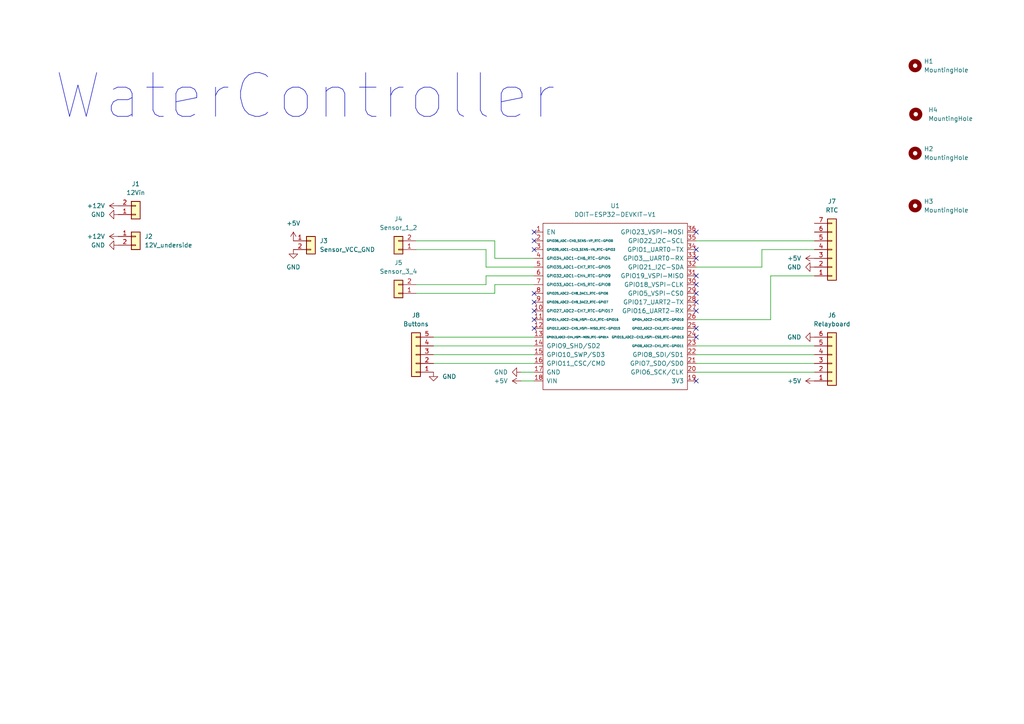
<source format=kicad_sch>
(kicad_sch (version 20211123) (generator eeschema)
  (paper "A4")
  (title_block (title "WaterController") (date "2022-04-10") (rev "v1.0.0") (company "Exellent1988"))
  (lib_symbols
    (symbol "Connector_Generic:Conn_01x02" (pin_names (offset 1.016) hide)
      (property "Reference" "J" (at 0 2.54 0))
      (property "Value" "Conn_01x02" (at 0 -5.08 0))
      (symbol "Conn_01x02_1_1"
        (rectangle (start -1.27 -2.413) (end 0 -2.667) (stroke (width 0.1524)))
        (rectangle (start -1.27 0.127) (end 0 -0.127) (stroke (width 0.1524)))
        (rectangle (start -1.27 1.27) (end 1.27 -3.81) (stroke (width 0.254)) (fill (type background)))
        (pin passive line (at -5.08 0 0) (length 3.81) (name "Pin_1") (number "1"))
        (pin passive line (at -5.08 -2.54 0) (length 3.81) (name "Pin_2") (number "2"))
      )
    )
    (symbol "Connector_Generic:Conn_01x05" (pin_names (offset 1.016) hide)
      (property "Reference" "J" (at 0 7.62 0))
      (property "Value" "Conn_01x05" (at 0 -7.62 0))
      (symbol "Conn_01x05_1_1"
        (rectangle (start -1.27 -4.953) (end 0 -5.207) (stroke (width 0.1524)))
        (rectangle (start -1.27 -2.413) (end 0 -2.667) (stroke (width 0.1524)))
        (rectangle (start -1.27 0.127) (end 0 -0.127) (stroke (width 0.1524)))
        (rectangle (start -1.27 2.667) (end 0 2.413) (stroke (width 0.1524)))
        (rectangle (start -1.27 5.207) (end 0 4.953) (stroke (width 0.1524)))
        (rectangle (start -1.27 6.35) (end 1.27 -6.35) (stroke (width 0.254)) (fill (type background)))
        (pin passive line (at -5.08 5.08 0) (length 3.81) (name "Pin_1") (number "1"))
        (pin passive line (at -5.08 2.54 0) (length 3.81) (name "Pin_2") (number "2"))
        (pin passive line (at -5.08 0 0) (length 3.81) (name "Pin_3") (number "3"))
        (pin passive line (at -5.08 -2.54 0) (length 3.81) (name "Pin_4") (number "4"))
        (pin passive line (at -5.08 -5.08 0) (length 3.81) (name "Pin_5") (number "5"))
      )
    )
    (symbol "Connector_Generic:Conn_01x06" (pin_names (offset 1.016) hide)
      (property "Reference" "J" (at 0 7.62 0))
      (property "Value" "Conn_01x06" (at 0 -10.16 0))
      (symbol "Conn_01x06_1_1"
        (rectangle (start -1.27 -7.493) (end 0 -7.747) (stroke (width 0.1524)))
        (rectangle (start -1.27 -4.953) (end 0 -5.207) (stroke (width 0.1524)))
        (rectangle (start -1.27 -2.413) (end 0 -2.667) (stroke (width 0.1524)))
        (rectangle (start -1.27 0.127) (end 0 -0.127) (stroke (width 0.1524)))
        (rectangle (start -1.27 2.667) (end 0 2.413) (stroke (width 0.1524)))
        (rectangle (start -1.27 5.207) (end 0 4.953) (stroke (width 0.1524)))
        (rectangle (start -1.27 6.35) (end 1.27 -8.89) (stroke (width 0.254)) (fill (type background)))
        (pin passive line (at -5.08 5.08 0) (length 3.81) (name "Pin_1") (number "1"))
        (pin passive line (at -5.08 2.54 0) (length 3.81) (name "Pin_2") (number "2"))
        (pin passive line (at -5.08 0 0) (length 3.81) (name "Pin_3") (number "3"))
        (pin passive line (at -5.08 -2.54 0) (length 3.81) (name "Pin_4") (number "4"))
        (pin passive line (at -5.08 -5.08 0) (length 3.81) (name "Pin_5") (number "5"))
        (pin passive line (at -5.08 -7.62 0) (length 3.81) (name "Pin_6") (number "6"))
      )
    )
    (symbol "Connector_Generic:Conn_01x07" (pin_names (offset 1.016) hide)
      (property "Reference" "J" (at 0 10.16 0))
      (property "Value" "Conn_01x07" (at 0 -10.16 0))
      (symbol "Conn_01x07_1_1"
        (rectangle (start -1.27 -7.493) (end 0 -7.747) (stroke (width 0.1524)))
        (rectangle (start -1.27 -4.953) (end 0 -5.207) (stroke (width 0.1524)))
        (rectangle (start -1.27 -2.413) (end 0 -2.667) (stroke (width 0.1524)))
        (rectangle (start -1.27 0.127) (end 0 -0.127) (stroke (width 0.1524)))
        (rectangle (start -1.27 2.667) (end 0 2.413) (stroke (width 0.1524)))
        (rectangle (start -1.27 5.207) (end 0 4.953) (stroke (width 0.1524)))
        (rectangle (start -1.27 7.747) (end 0 7.493) (stroke (width 0.1524)))
        (rectangle (start -1.27 8.89) (end 1.27 -8.89) (stroke (width 0.254)) (fill (type background)))
        (pin passive line (at -5.08 7.62 0) (length 3.81) (name "Pin_1") (number "1"))
        (pin passive line (at -5.08 5.08 0) (length 3.81) (name "Pin_2") (number "2"))
        (pin passive line (at -5.08 2.54 0) (length 3.81) (name "Pin_3") (number "3"))
        (pin passive line (at -5.08 0 0) (length 3.81) (name "Pin_4") (number "4"))
        (pin passive line (at -5.08 -2.54 0) (length 3.81) (name "Pin_5") (number "5"))
        (pin passive line (at -5.08 -5.08 0) (length 3.81) (name "Pin_6") (number "6"))
        (pin passive line (at -5.08 -7.62 0) (length 3.81) (name "Pin_7") (number "7"))
      )
    )
    (symbol "Mechanical:MountingHole" (pin_names (offset 1.016))
      (property "Reference" "H" (at 0 5.08 0))
      (property "Value" "MountingHole" (at 0 3.175 0))
      (symbol "MountingHole_0_1"
        (circle (center 0 0) (radius 1.27) (stroke (width 1.27)))
      )
    )
    (symbol "doit-esp32-devkit-v1:DOIT-ESP32-DEVKIT-V1" (pin_names (offset 1.016))
      (property "Reference" "U" (at -1.27 11.43 0))
      (property "Value" "DOIT-ESP32-DEVKIT-V1" (at 0 13.97 0))
      (symbol "DOIT-ESP32-DEVKIT-V1_0_1"
        (rectangle (start 20.32 10.16) (end -21.59 -38.1))
      )
      (symbol "DOIT-ESP32-DEVKIT-V1_1_1"
        (pin output line (at -24.13 7.62 0) (length 2.54) (name "EN") (number "1"))
        (pin bidirectional line (at -24.13 -15.24 0) (length 2.54) (name "GPIO27_ADC2-CH7_RTC-GPIO17") (number "10"))
        (pin bidirectional line (at -24.13 -17.78 0) (length 2.54) (name "GPIO14_ADC2-CH6_HSPI-CLK_RTC-GPIO16") (number "11"))
        (pin bidirectional line (at -24.13 -20.32 0) (length 2.54) (name "GPIO12_ADC2-CH5_HSPI-MISO_RTC-GPIO15") (number "12"))
        (pin bidirectional line (at -24.13 -22.86 0) (length 2.54) (name "GPIO13_ADC2-CH4_HSPI-MOSI_RTC-GPIO14") (number "13"))
        (pin unspecified line (at -24.13 -25.4 0) (length 2.54) (name "GPIO9_SHD/SD2") (number "14"))
        (pin unspecified line (at -24.13 -27.94 0) (length 2.54) (name "GPIO10_SWP/SD3") (number "15"))
        (pin unspecified line (at -24.13 -30.48 0) (length 2.54) (name "GPIO11_CSC/CMD") (number "16"))
        (pin bidirectional line (at -24.13 -33.02 0) (length 2.54) (name "GND") (number "17"))
        (pin bidirectional line (at -24.13 -35.56 0) (length 2.54) (name "VIN") (number "18"))
        (pin output line (at 22.86 -35.56 180) (length 2.54) (name "3V3") (number "19"))
        (pin bidirectional line (at -24.13 5.08 0) (length 2.54) (name "GPIO36_ADC-CH0_SENS-VP_RTC-GPIO0") (number "2"))
        (pin unspecified line (at 22.86 -33.02 180) (length 2.54) (name "GPIO6_SCK/CLK") (number "20"))
        (pin unspecified line (at 22.86 -30.48 180) (length 2.54) (name "GPIO7_SDO/SD0") (number "21"))
        (pin unspecified line (at 22.86 -27.94 180) (length 2.54) (name "GPIO8_SDI/SD1") (number "22"))
        (pin bidirectional line (at 22.86 -25.4 180) (length 2.54) (name "GPIO0_ADC2-CH1_RTC-GPIO11") (number "23"))
        (pin bidirectional line (at 22.86 -22.86 180) (length 2.54) (name "GPIO15_ADC2-CH3_HSPI-CS0_RTC-GPIO13") (number "24"))
        (pin bidirectional line (at 22.86 -20.32 180) (length 2.54) (name "GPIO2_ADC2-CH2_RTC-GPIO12") (number "25"))
        (pin bidirectional line (at 22.86 -17.78 180) (length 2.54) (name "GPIO4_ADC2-CH0_RTC-GPIO10") (number "26"))
        (pin bidirectional line (at 22.86 -15.24 180) (length 2.54) (name "GPIO16_UART2-RX") (number "27"))
        (pin bidirectional line (at 22.86 -12.7 180) (length 2.54) (name "GPIO17_UART2-TX") (number "28"))
        (pin bidirectional line (at 22.86 -10.16 180) (length 2.54) (name "GPIO5_VSPI-CS0") (number "29"))
        (pin bidirectional line (at -24.13 2.54 0) (length 2.54) (name "GPIO39_ADC1-CH3_SENS-VN_RTC-GPIO3") (number "3"))
        (pin bidirectional line (at 22.86 -7.62 180) (length 2.54) (name "GPIO18_VSPI-CLK") (number "30"))
        (pin bidirectional line (at 22.86 -5.08 180) (length 2.54) (name "GPIO19_VSPI-MISO") (number "31"))
        (pin bidirectional line (at 22.86 -2.54 180) (length 2.54) (name "GPIO21_I2C-SDA") (number "32"))
        (pin bidirectional line (at 22.86 0 180) (length 2.54) (name "GPIO3__UART0-RX") (number "33"))
        (pin bidirectional line (at 22.86 2.54 180) (length 2.54) (name "GPIO1_UART0-TX") (number "34"))
        (pin bidirectional line (at 22.86 5.08 180) (length 2.54) (name "GPIO22_I2C-SCL") (number "35"))
        (pin bidirectional line (at 22.86 7.62 180) (length 2.54) (name "GPIO23_VSPI-MOSI") (number "36"))
        (pin bidirectional line (at -24.13 0 0) (length 2.54) (name "GPIO34_ADC1-CH6_RTC-GPIO4") (number "4"))
        (pin bidirectional line (at -24.13 -2.54 0) (length 2.54) (name "GPIO35_ADC1-CH7_RTC-GPIO5") (number "5"))
        (pin bidirectional line (at -24.13 -5.08 0) (length 2.54) (name "GPIO32_ADC1-CH4_RTC-GPIO9") (number "6"))
        (pin bidirectional line (at -24.13 -7.62 0) (length 2.54) (name "GPIO33_ADC1-CH5_RTC-GPIO8") (number "7"))
        (pin bidirectional line (at -24.13 -10.16 0) (length 2.54) (name "GPIO25_ADC2-CH8_DAC1_RTC-GPIO6") (number "8"))
        (pin bidirectional line (at -24.13 -12.7 0) (length 2.54) (name "GPIO26_ADC2-CH9_DAC2_RTC-GPIO7") (number "9"))
      )
    )
    (symbol "power:+12V" (power) (pin_names (offset 0))
      (property "Value" "+12V" (at 0 3.556 0))
      (symbol "+12V_0_1"
        (polyline (pts (xy -0.762 1.27) (xy 0 2.54)))
        (polyline (pts (xy 0 0) (xy 0 2.54)))
        (polyline (pts (xy 0 2.54) (xy 0.762 1.27)))
      )
      (symbol "+12V_1_1"
        (pin power_in line (at 0 0 90) (length 0) hide (name "+12V") (number "1"))
      )
    )
    (symbol "power:+5V" (power) (pin_names (offset 0))
      (property "Value" "+5V" (at 0 3.556 0))
      (symbol "+5V_0_1"
        (polyline (pts (xy -0.762 1.27) (xy 0 2.54)))
        (polyline (pts (xy 0 0) (xy 0 2.54)))
        (polyline (pts (xy 0 2.54) (xy 0.762 1.27)))
      )
      (symbol "+5V_1_1"
        (pin power_in line (at 0 0 90) (length 0) hide (name "+5V") (number "1"))
      )
    )
    (symbol "power:GND" (power) (pin_names (offset 0))
      (property "Value" "GND" (at 0 -3.81 0))
      (symbol "GND_0_1"
        (polyline (pts (xy 0 0) (xy 0 -1.27) (xy 1.27 -1.27) (xy 0 -2.54) (xy -1.27 -1.27) (xy 0 -1.27)))
      )
      (symbol "GND_1_1"
        (pin power_in line (at 0 0 270) (length 0) hide (name "GND") (number "1"))
      )
    )
  )
  (no_connect (at 201.93 67.31))
  (no_connect (at 201.93 97.79))
  (no_connect (at 201.93 95.25))
  (no_connect (at 201.93 90.17))
  (no_connect (at 154.94 67.31))
  (no_connect (at 154.94 85.09))
  (no_connect (at 154.94 87.63))
  (no_connect (at 154.94 90.17))
  (no_connect (at 154.94 92.71))
  (no_connect (at 154.94 95.25))
  (no_connect (at 154.94 69.85))
  (no_connect (at 154.94 72.39))
  (no_connect (at 201.93 74.93))
  (no_connect (at 201.93 72.39))
  (no_connect (at 201.93 110.49))
  (no_connect (at 201.93 87.63))
  (no_connect (at 201.93 85.09))
  (no_connect (at 201.93 82.55))
  (no_connect (at 201.93 80.01))
  (wire (pts (xy 140.97 80.01) (xy 140.97 82.55)))
  (wire (pts (xy 140.97 72.39) (xy 140.97 77.47)))
  (wire (pts (xy 223.52 80.01) (xy 236.22 80.01)))
  (wire (pts (xy 201.93 100.33) (xy 236.22 100.33)))
  (wire (pts (xy 125.73 105.41) (xy 154.94 105.41)))
  (wire (pts (xy 201.93 107.95) (xy 236.22 107.95)))
  (wire (pts (xy 220.98 77.47) (xy 201.93 77.47)))
  (wire (pts (xy 201.93 92.71) (xy 223.52 92.71)))
  (wire (pts (xy 154.94 74.93) (xy 143.51 74.93)))
  (wire (pts (xy 143.51 69.85) (xy 120.65 69.85)))
  (wire (pts (xy 120.65 82.55) (xy 140.97 82.55)))
  (wire (pts (xy 140.97 77.47) (xy 154.94 77.47)))
  (wire (pts (xy 223.52 92.71) (xy 223.52 80.01)))
  (wire (pts (xy 236.22 72.39) (xy 220.98 72.39)))
  (wire (pts (xy 143.51 74.93) (xy 143.51 69.85)))
  (wire (pts (xy 143.51 82.55) (xy 143.51 85.09)))
  (wire (pts (xy 125.73 97.79) (xy 154.94 97.79)))
  (wire (pts (xy 154.94 107.95) (xy 151.13 107.95)))
  (wire (pts (xy 154.94 82.55) (xy 143.51 82.55)))
  (wire (pts (xy 220.98 72.39) (xy 220.98 77.47)))
  (wire (pts (xy 151.13 110.49) (xy 154.94 110.49)))
  (wire (pts (xy 125.73 100.33) (xy 154.94 100.33)))
  (wire (pts (xy 120.65 85.09) (xy 143.51 85.09)))
  (wire (pts (xy 201.93 105.41) (xy 236.22 105.41)))
  (wire (pts (xy 201.93 69.85) (xy 236.22 69.85)))
  (wire (pts (xy 201.93 102.87) (xy 236.22 102.87)))
  (wire (pts (xy 125.73 102.87) (xy 154.94 102.87)))
  (wire (pts (xy 154.94 80.01) (xy 140.97 80.01)))
  (wire (pts (xy 120.65 72.39) (xy 140.97 72.39)))
  (text "WaterController" (at 15.24 35.56 0) (effects (font (size 12.7 12.7)) (justify left bottom)))
  (symbol (lib_id "Connector_Generic:Conn_01x05") (at 120.65 102.87 180) (unit 1)
    (property "Reference" "J8" (at 120.65 91.44 0))
    (property "Value" "Buttons" (at 120.65 93.98 0))
    (property "Footprint" "Connector_PinHeader_2.54mm:PinHeader_1x05_P2.54mm_Vertical" (effects hide))
  )
  (symbol (lib_id "Connector_Generic:Conn_01x02") (at 39.37 68.58 0) (unit 1)
    (property "Reference" "J2" (at 41.91 68.5799 0) (effects (justify left)))
    (property "Value" "12V_underside" (at 41.91 71.1199 0) (effects (justify left)))
    (property "Footprint" "TerminalBlock:TerminalBlock_bornier-2_P5.08mm" (effects hide))
  )
  (symbol (lib_id "Connector_Generic:Conn_01x02") (at 115.57 85.09 180) (unit 1)
    (property "Reference" "J5" (at 115.57 76.2 0))
    (property "Value" "Sensor_3_4" (at 115.57 78.74 0))
    (property "Footprint" "TerminalBlock:TerminalBlock_bornier-2_P5.08mm" (effects hide))
  )
  (symbol (lib_id "power:+5V") (at 85.09 69.85 0) (unit 1)
    (property "Reference" "#PWR05" (effects hide))
    (property "Value" "+5V" (at 85.09 64.77 0))
  )
  (symbol (lib_id "Connector_Generic:Conn_01x07") (at 241.3 72.39 0) (mirror x) (unit 1)
    (property "Reference" "J7" (at 241.3 58.42 0))
    (property "Value" "RTC" (at 241.3 60.96 0))
    (property "Footprint" "Connector_PinSocket_2.54mm:PinSocket_1x07_P2.54mm_Horizontal" (effects hide))
  )
  (symbol (lib_id "power:+5V") (at 151.13 110.49 90) (unit 1)
    (property "Reference" "#PWR08" (effects hide))
    (property "Value" "+5V" (at 147.32 110.4899 90) (effects (justify left)))
  )
  (symbol (lib_id "power:GND") (at 34.29 71.12 270) (unit 1)
    (property "Reference" "#PWR04" (effects hide))
    (property "Value" "GND" (at 30.48 71.1199 90) (effects (justify right)))
  )
  (symbol (lib_id "Connector_Generic:Conn_01x02") (at 90.17 69.85 0) (unit 1)
    (property "Reference" "J3" (at 92.71 69.8499 0) (effects (justify left)))
    (property "Value" "Sensor_VCC_GND" (at 92.71 72.3899 0) (effects (justify left)))
    (property "Footprint" "TerminalBlock:TerminalBlock_bornier-2_P5.08mm" (effects hide))
  )
  (symbol (lib_id "power:+5V") (at 236.22 74.93 90) (unit 1)
    (property "Reference" "#PWR011" (effects hide))
    (property "Value" "+5V" (at 232.41 74.9299 90) (effects (justify left)))
  )
  (symbol (lib_id "Connector_Generic:Conn_01x06") (at 241.3 105.41 0) (mirror x) (unit 1)
    (property "Reference" "J6" (at 241.3 91.44 0))
    (property "Value" "Relayboard" (at 241.3 93.98 0))
    (property "Footprint" "Connector_PinHeader_2.54mm:PinHeader_1x06_P2.54mm_Vertical" (effects hide))
  )
  (symbol (lib_id "power:+12V") (at 34.29 68.58 90) (unit 1)
    (property "Reference" "#PWR03" (effects hide))
    (property "Value" "+12V" (at 30.48 68.5799 90) (effects (justify left)))
  )
  (symbol (lib_id "power:GND") (at 85.09 72.39 0) (unit 1)
    (property "Reference" "#PWR06" (effects hide))
    (property "Value" "GND" (at 85.09 77.47 0))
  )
  (symbol (lib_id "Mechanical:MountingHole") (at 265.608 33.1313 0) (unit 1)
    (property "Reference" "H4" (at 269.24 31.8612 0) (effects (justify left)))
    (property "Value" "MountingHole" (at 269.24 34.4012 0) (effects (justify left)))
    (property "Footprint" "MountingHole:MountingHole_3.2mm_M3_DIN965" (effects hide))
  )
  (symbol (lib_id "doit-esp32-devkit-v1:DOIT-ESP32-DEVKIT-V1") (at 179.07 74.93 0) (unit 1)
    (property "Reference" "U1" (at 178.435 59.69 0))
    (property "Value" "DOIT-ESP32-DEVKIT-V1" (at 178.435 62.23 0))
    (property "Footprint" "doit-esp32-devkit-kicad-master:ESP32-DOIT-DEVKIT" (effects hide))
  )
  (symbol (lib_id "power:+5V") (at 236.22 110.49 90) (unit 1)
    (property "Reference" "#PWR09" (effects hide))
    (property "Value" "+5V" (at 232.41 110.4899 90) (effects (justify left)))
  )
  (symbol (lib_id "power:GND") (at 236.22 77.47 270) (unit 1)
    (property "Reference" "#PWR012" (effects hide))
    (property "Value" "GND" (at 232.41 77.4699 90) (effects (justify right)))
  )
  (symbol (lib_id "power:GND") (at 236.22 97.79 270) (unit 1)
    (property "Reference" "#PWR010" (effects hide))
    (property "Value" "GND" (at 232.41 97.7899 90) (effects (justify right)))
  )
  (symbol (lib_id "power:GND") (at 151.13 107.95 270) (unit 1)
    (property "Reference" "#PWR07" (effects hide))
    (property "Value" "GND" (at 147.32 107.9499 90) (effects (justify right)))
  )
  (symbol (lib_id "Connector_Generic:Conn_01x02") (at 39.37 62.23 0) (mirror x) (unit 1)
    (property "Reference" "J1" (at 39.37 53.34 0))
    (property "Value" "12Vin" (at 39.37 55.88 0))
    (property "Footprint" "TerminalBlock:TerminalBlock_Altech_AK300-2_P5.00mm" (effects hide))
  )
  (symbol (lib_id "power:GND") (at 125.73 107.95 0) (unit 1)
    (property "Reference" "#PWR0101" (effects hide))
    (property "Value" "GND" (at 128.27 109.2199 0) (effects (justify left)))
  )
  (symbol (lib_id "power:+12V") (at 34.29 59.69 90) (unit 1)
    (property "Reference" "#PWR01" (effects hide))
    (property "Value" "+12V" (at 30.48 59.6899 90) (effects (justify left)))
  )
  (symbol (lib_id "Mechanical:MountingHole") (at 265.43 59.69 0) (unit 1)
    (property "Reference" "H3" (at 267.97 58.4199 0) (effects (justify left)))
    (property "Value" "MountingHole" (at 267.97 60.9599 0) (effects (justify left)))
    (property "Footprint" "MountingHole:MountingHole_3.2mm_M3_DIN965" (effects hide))
  )
  (symbol (lib_id "Mechanical:MountingHole") (at 265.43 44.45 0) (unit 1)
    (property "Reference" "H2" (at 267.97 43.1799 0) (effects (justify left)))
    (property "Value" "MountingHole" (at 267.97 45.7199 0) (effects (justify left)))
    (property "Footprint" "MountingHole:MountingHole_3.2mm_M3_DIN965" (effects hide))
  )
  (symbol (lib_id "Mechanical:MountingHole") (at 265.43 19.05 0) (unit 1)
    (property "Reference" "H1" (at 267.97 17.7799 0) (effects (justify left)))
    (property "Value" "MountingHole" (at 267.97 20.3199 0) (effects (justify left)))
    (property "Footprint" "MountingHole:MountingHole_3.2mm_M3_DIN965" (effects hide))
  )
  (symbol (lib_id "power:GND") (at 34.29 62.23 270) (unit 1)
    (property "Reference" "#PWR02" (effects hide))
    (property "Value" "GND" (at 30.48 62.2299 90) (effects (justify right)))
  )
  (symbol (lib_id "Connector_Generic:Conn_01x02") (at 115.57 72.39 180) (unit 1)
    (property "Reference" "J4" (at 115.57 63.5 0))
    (property "Value" "Sensor_1_2" (at 115.57 66.04 0))
    (property "Footprint" "TerminalBlock:TerminalBlock_bornier-2_P5.08mm" (effects hide))
  )
)
</source>
